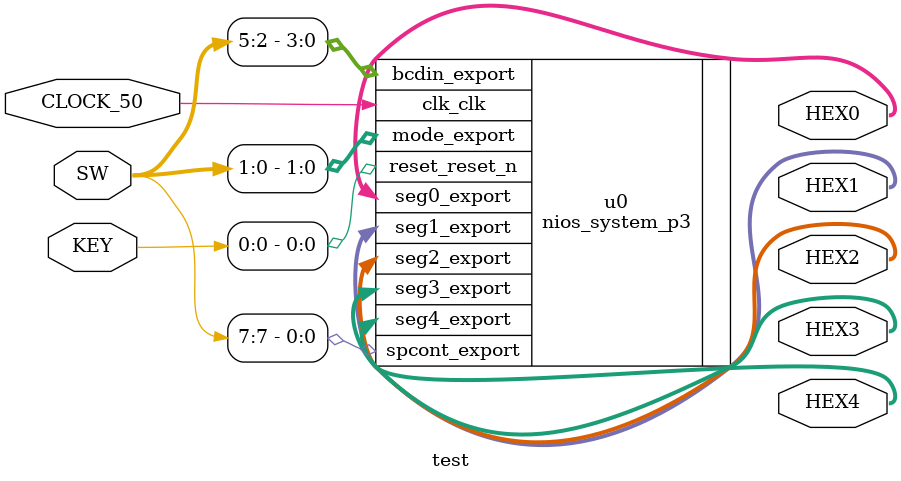
<source format=v>
module test (
	 
	input CLOCK_50, 		   
	input [3:0] KEY,			
	input [7:0] SW,
	output [7:0] HEX0,		// First 7-segment 
	output [7:0] HEX1,		// Second 7-segment 
	output [7:0] HEX2,		// Third 7-segment 
	output [7:0] HEX3,		// Fourth 7-segment 
	output [7:0] HEX4		// Fifth 7-segment 
		
);
	
	
	nios_system_p3 u0 (
		.clk_clk       (CLOCK_50),       //    clk.clk
		.mode_export  (SW[1:0]),  //  modes.export
		.bcdin_export  (SW[5:2]),  //  modes.export
		.spcont_export  (SW[7]),  //  modes.export
		.mode_export  (SW[1:0]),  //  modes.export
		.reset_reset_n (KEY[0]), //  reset.reset_n
		.seg0_export   (HEX0),   //   seg0.export
		.seg1_export   (HEX1),   //   seg1.export
		.seg2_export   (HEX2),   //   seg2.export
		.seg3_export   (HEX3),   //   seg3.export
		.seg4_export   (HEX4)   //   seg4.export	
	);
	
	endmodule 
</source>
